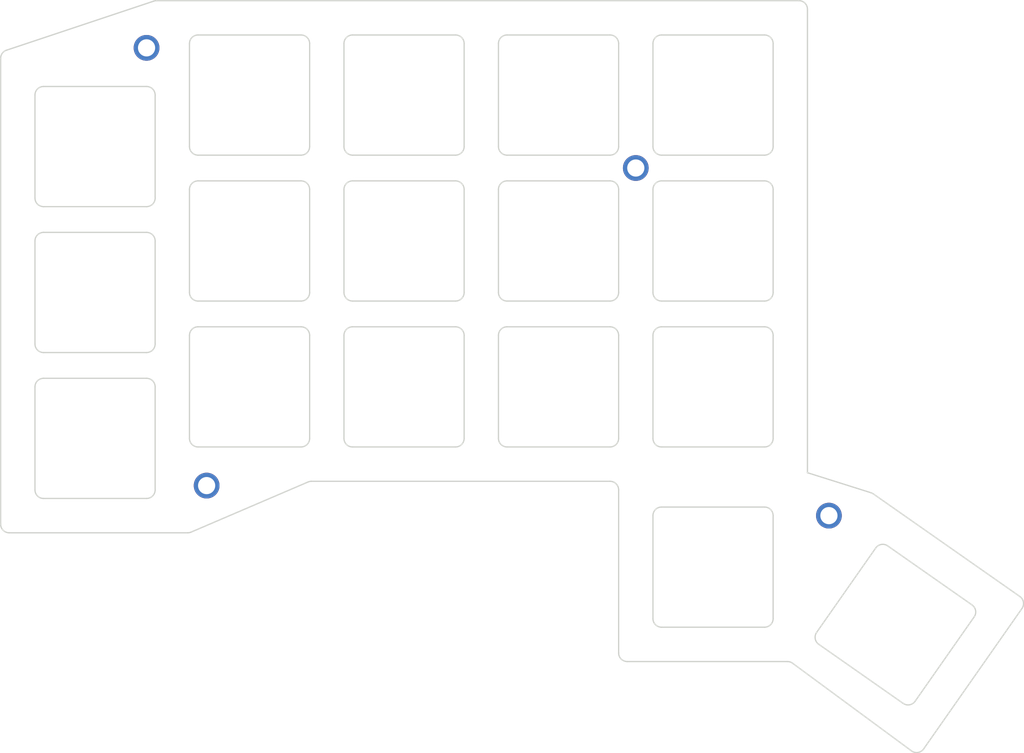
<source format=kicad_pcb>
(kicad_pcb (version 20241229) (generator "pcbnew") (generator_version "9.0")
  (title_block (title "dofeKeyboard_topPlate") (rev "v1.0.0") (company "Unknown"))
  (layers (0 "F.Cu" signal) (2 "B.Cu" signal) (13 "F.Paste" user) (15 "B.Paste" user) (5 "F.SilkS" user) (7 "B.SilkS" user) (1 "F.Mask" user) (3 "B.Mask" user) (25 "Edge.Cuts" user))
  (net 0 "")
  (footprint "ceoloide:mounting_hole_plated" (layer "F.Cu") (at 231.5 149)
    (property "Reference" "H3" (hide yes))
    (property "Value" "")
    (pad "" thru_hole circle (at 0 0) (size 3 3) (drill 2) (layers "*.Cu" "*.Mask"))
  )
  (footprint "ceoloide:mounting_hole_plated" (layer "F.Cu") (at 159 145.5)
    (property "Reference" "H2" (hide yes))
    (property "Value" "")
    (pad "" thru_hole circle (at 0 0) (size 3 3) (drill 2) (layers "*.Cu" "*.Mask"))
  )
  (footprint "ceoloide:mounting_hole_plated" (layer "F.Cu") (at 152 94.5)
    (property "Reference" "H1" (hide yes))
    (property "Value" "")
    (pad "" thru_hole circle (at 0 0) (size 3 3) (drill 2) (layers "*.Cu" "*.Mask"))
  )
  (footprint "ceoloide:mounting_hole_plated" (layer "F.Cu") (at 209 108.5)
    (property "Reference" "H4" (hide yes))
    (property "Value" "")
    (pad "" thru_hole circle (at 0 0) (size 3 3) (drill 2) (layers "*.Cu" "*.Mask"))
  )
  (gr_arc (start 212 162) (mid 211.292893 161.707107) (end 211 161) (stroke (width 0.15)) (layer "Edge.Cuts"))
  (gr_line (start 170 127) (end 158 127) (stroke (width 0.15)) (layer "Edge.Cuts"))
  (gr_arc (start 230.317821 163.992001) (mid 229.90659 163.346497) (end 230.072245 162.599273) (stroke (width 0.15)) (layer "Edge.Cuts"))
  (gr_arc (start 212 141) (mid 211.292893 140.707107) (end 211 140) (stroke (width 0.15)) (layer "Edge.Cuts"))
  (gr_line (start 153.162278 89) (end 228 89) (stroke (width 0.15)) (layer "Edge.Cuts"))
  (gr_line (start 212 162) (end 224 162) (stroke (width 0.15)) (layer "Edge.Cuts"))
  (gr_line (start 171 140) (end 171 128) (stroke (width 0.15)) (layer "Edge.Cuts"))
  (gr_line (start 229 90) (end 229 144.00591) (stroke (width 0.15)) (layer "Edge.Cuts"))
  (gr_arc (start 208 166) (mid 207.292893 165.707107) (end 207 165) (stroke (width 0.15)) (layer "Edge.Cuts"))
  (gr_arc (start 140 130) (mid 139.292893 129.707107) (end 139 129) (stroke (width 0.15)) (layer "Edge.Cuts"))
  (gr_arc (start 158 141) (mid 157.292893 140.707107) (end 157 140) (stroke (width 0.15)) (layer "Edge.Cuts"))
  (gr_line (start 171 106) (end 171 94) (stroke (width 0.15)) (layer "Edge.Cuts"))
  (gr_arc (start 189 106) (mid 188.707107 106.707107) (end 188 107) (stroke (width 0.15)) (layer "Edge.Cuts"))
  (gr_line (start 253.994205 159.817216) (end 242.536814 176.180066) (stroke (width 0.15)) (layer "Edge.Cuts"))
  (gr_line (start 211 111) (end 211 123) (stroke (width 0.15)) (layer "Edge.Cuts"))
  (gr_line (start 157 111) (end 157 123) (stroke (width 0.15)) (layer "Edge.Cuts"))
  (gr_line (start 189 140) (end 189 128) (stroke (width 0.15)) (layer "Edge.Cuts"))
  (gr_line (start 230.317821 163.992001) (end 240.147645 170.874919) (stroke (width 0.15)) (layer "Edge.Cuts"))
  (gr_line (start 175 111) (end 175 123) (stroke (width 0.15)) (layer "Edge.Cuts"))
  (gr_line (start 140 113) (end 152 113) (stroke (width 0.15)) (layer "Edge.Cuts"))
  (gr_line (start 135 150) (end 135 95.720759) (stroke (width 0.15)) (layer "Edge.Cuts"))
  (gr_arc (start 175 111) (mid 175.292893 110.292893) (end 176 110) (stroke (width 0.15)) (layer "Edge.Cuts"))
  (gr_arc (start 170 93) (mid 170.707107 93.292893) (end 171 94) (stroke (width 0.15)) (layer "Edge.Cuts"))
  (gr_line (start 176 107) (end 188 107) (stroke (width 0.15)) (layer "Edge.Cuts"))
  (gr_line (start 194 124) (end 206 124) (stroke (width 0.15)) (layer "Edge.Cuts"))
  (gr_line (start 175 128) (end 175 140) (stroke (width 0.15)) (layer "Edge.Cuts"))
  (gr_arc (start 193 94) (mid 193.292893 93.292893) (end 194 93) (stroke (width 0.15)) (layer "Edge.Cuts"))
  (gr_line (start 171 123) (end 171 111) (stroke (width 0.15)) (layer "Edge.Cuts"))
  (gr_line (start 188 110) (end 176 110) (stroke (width 0.15)) (layer "Edge.Cuts"))
  (gr_arc (start 253.74863 158.424487) (mid 254.159861 159.069991) (end 253.994205 159.817216) (stroke (width 0.15)) (layer "Edge.Cuts"))
  (gr_line (start 176 124) (end 188 124) (stroke (width 0.15)) (layer "Edge.Cuts"))
  (gr_arc (start 225 161) (mid 224.707107 161.707107) (end 224 162) (stroke (width 0.15)) (layer "Edge.Cuts"))
  (gr_arc (start 171 140) (mid 170.707107 140.707107) (end 170 141) (stroke (width 0.15)) (layer "Edge.Cuts"))
  (gr_line (start 211 149) (end 211 161) (stroke (width 0.15)) (layer "Edge.Cuts"))
  (gr_arc (start 140 113) (mid 139.292893 112.707107) (end 139 112) (stroke (width 0.15)) (layer "Edge.Cuts"))
  (gr_arc (start 236.955162 152.769448) (mid 237.600666 152.358217) (end 238.347891 152.523873) (stroke (width 0.15)) (layer "Edge.Cuts"))
  (gr_line (start 224 127) (end 212 127) (stroke (width 0.15)) (layer "Edge.Cuts"))
  (gr_line (start 139 100) (end 139 112) (stroke (width 0.15)) (layer "Edge.Cuts"))
  (gr_line (start 193 111) (end 193 123) (stroke (width 0.15)) (layer "Edge.Cuts"))
  (gr_arc (start 157.188661 150.919145) (mid 156.995808 150.979578) (end 156.794742 151) (stroke (width 0.15)) (layer "Edge.Cuts"))
  (gr_arc (start 194 141) (mid 193.292893 140.707107) (end 193 140) (stroke (width 0.15)) (layer "Edge.Cuts"))
  (gr_line (start 156.794742 151) (end 136 151) (stroke (width 0.15)) (layer "Edge.Cuts"))
  (gr_line (start 140 147) (end 152 147) (stroke (width 0.15)) (layer "Edge.Cuts"))
  (gr_line (start 241.124314 176.411435) (end 227.264614 166.195054) (stroke (width 0.15)) (layer "Edge.Cuts"))
  (gr_arc (start 158 107) (mid 157.292893 106.707107) (end 157 106) (stroke (width 0.15)) (layer "Edge.Cuts"))
  (gr_arc (start 157 111) (mid 157.292893 110.292893) (end 158 110) (stroke (width 0.15)) (layer "Edge.Cuts"))
  (gr_arc (start 170.811339 145.080855) (mid 171.004192 145.020422) (end 171.205258 145) (stroke (width 0.15)) (layer "Edge.Cuts"))
  (gr_arc (start 171 123) (mid 170.707107 123.707107) (end 170 124) (stroke (width 0.15)) (layer "Edge.Cuts"))
  (gr_arc (start 170 127) (mid 170.707107 127.292893) (end 171 128) (stroke (width 0.15)) (layer "Edge.Cuts"))
  (gr_line (start 206 145) (end 171.205258 145) (stroke (width 0.15)) (layer "Edge.Cuts"))
  (gr_arc (start 175 128) (mid 175.292893 127.292893) (end 176 127) (stroke (width 0.15)) (layer "Edge.Cuts"))
  (gr_line (start 229.102812 144.032416) (end 236.399645 146.333099) (stroke (width 0.15)) (layer "Edge.Cuts"))
  (gr_arc (start 207 106) (mid 206.707107 106.707107) (end 206 107) (stroke (width 0.15)) (layer "Edge.Cuts"))
  (gr_arc (start 206 110) (mid 206.707107 110.292893) (end 207 111) (stroke (width 0.15)) (layer "Edge.Cuts"))
  (gr_arc (start 224 127) (mid 224.707107 127.292893) (end 225 128) (stroke (width 0.15)) (layer "Edge.Cuts"))
  (gr_line (start 140 130) (end 152 130) (stroke (width 0.15)) (layer "Edge.Cuts"))
  (gr_line (start 176 141) (end 188 141) (stroke (width 0.15)) (layer "Edge.Cuts"))
  (gr_arc (start 229 144.005909) (mid 229.051758 144.017797) (end 229.102812 144.032416) (stroke (width 0.15)) (layer "Edge.Cuts"))
  (gr_arc (start 242.536813 176.180066) (mid 241.879309 176.593338) (end 241.124314 176.411435) (stroke (width 0.15)) (layer "Edge.Cuts"))
  (gr_arc (start 157 128) (mid 157.292893 127.292893) (end 158 127) (stroke (width 0.15)) (layer "Edge.Cuts"))
  (gr_arc (start 241.540374 170.629344) (mid 240.89487 171.040575) (end 240.147645 170.874919) (stroke (width 0.15)) (layer "Edge.Cuts"))
  (gr_arc (start 212 107) (mid 211.292893 106.707107) (end 211 106) (stroke (width 0.15)) (layer "Edge.Cuts"))
  (gr_line (start 212 107) (end 224 107) (stroke (width 0.15)) (layer "Edge.Cuts"))
  (gr_arc (start 226.671265 165.999999) (mid 226.983559 166.050013) (end 227.264614 166.195054) (stroke (width 0.15)) (layer "Edge.Cuts"))
  (gr_line (start 152 116) (end 140 116) (stroke (width 0.15)) (layer "Edge.Cuts"))
  (gr_arc (start 136 151) (mid 135.292893 150.707107) (end 135 150) (stroke (width 0.15)) (layer "Edge.Cuts"))
  (gr_arc (start 188 110) (mid 188.707107 110.292893) (end 189 111) (stroke (width 0.15)) (layer "Edge.Cuts"))
  (gr_line (start 153 129) (end 153 117) (stroke (width 0.15)) (layer "Edge.Cuts"))
  (gr_line (start 207 165) (end 207 146) (stroke (width 0.15)) (layer "Edge.Cuts"))
  (gr_arc (start 188 127) (mid 188.707107 127.292893) (end 189 128) (stroke (width 0.15)) (layer "Edge.Cuts"))
  (gr_line (start 207 123) (end 207 111) (stroke (width 0.15)) (layer "Edge.Cuts"))
  (gr_line (start 153 146) (end 153 134) (stroke (width 0.15)) (layer "Edge.Cuts"))
  (gr_arc (start 176 124) (mid 175.292893 123.707107) (end 175 123) (stroke (width 0.15)) (layer "Edge.Cuts"))
  (gr_arc (start 228 89) (mid 228.707107 89.292893) (end 229 90) (stroke (width 0.15)) (layer "Edge.Cuts"))
  (gr_arc (start 153 146) (mid 152.707107 146.707107) (end 152 147) (stroke (width 0.15)) (layer "Edge.Cuts"))
  (gr_line (start 206 93) (end 194 93) (stroke (width 0.15)) (layer "Edge.Cuts"))
  (gr_arc (start 225 140) (mid 224.707107 140.707107) (end 224 141) (stroke (width 0.15)) (layer "Edge.Cuts"))
  (gr_line (start 225 106) (end 225 94) (stroke (width 0.15)) (layer "Edge.Cuts"))
  (gr_line (start 207 106) (end 207 94) (stroke (width 0.15)) (layer "Edge.Cuts"))
  (gr_arc (start 189 123) (mid 188.707107 123.707107) (end 188 124) (stroke (width 0.15)) (layer "Edge.Cuts"))
  (gr_line (start 193 128) (end 193 140) (stroke (width 0.15)) (layer "Edge.Cuts"))
  (gr_arc (start 153 129) (mid 152.707107 129.707107) (end 152 130) (stroke (width 0.15)) (layer "Edge.Cuts"))
  (gr_line (start 189 106) (end 189 94) (stroke (width 0.15)) (layer "Edge.Cuts"))
  (gr_arc (start 176 141) (mid 175.292893 140.707107) (end 175 140) (stroke (width 0.15)) (layer "Edge.Cuts"))
  (gr_line (start 225 123) (end 225 111) (stroke (width 0.15)) (layer "Edge.Cuts"))
  (gr_arc (start 212 124) (mid 211.292893 123.707107) (end 211 123) (stroke (width 0.15)) (layer "Edge.Cuts"))
  (gr_line (start 158 124) (end 170 124) (stroke (width 0.15)) (layer "Edge.Cuts"))
  (gr_arc (start 139 100) (mid 139.292893 99.292893) (end 140 99) (stroke (width 0.15)) (layer "Edge.Cuts"))
  (gr_arc (start 206 93) (mid 206.707107 93.292893) (end 207 94) (stroke (width 0.15)) (layer "Edge.Cuts"))
  (gr_arc (start 139 117) (mid 139.292893 116.292893) (end 140 116) (stroke (width 0.15)) (layer "Edge.Cuts"))
  (gr_line (start 206 110) (end 194 110) (stroke (width 0.15)) (layer "Edge.Cuts"))
  (gr_line (start 157 94) (end 157 106) (stroke (width 0.15)) (layer "Edge.Cuts"))
  (gr_arc (start 135 95.720759) (mid 135.188758 95.136049) (end 135.683772 94.772076) (stroke (width 0.15)) (layer "Edge.Cuts"))
  (gr_line (start 153 112) (end 153 100) (stroke (width 0.15)) (layer "Edge.Cuts"))
  (gr_line (start 170 93) (end 158 93) (stroke (width 0.15)) (layer "Edge.Cuts"))
  (gr_line (start 139 117) (end 139 129) (stroke (width 0.15)) (layer "Edge.Cuts"))
  (gr_arc (start 248.177715 159.40679) (mid 248.588946 160.052294) (end 248.423291 160.799518) (stroke (width 0.15)) (layer "Edge.Cuts"))
  (gr_arc (start 193 111) (mid 193.292893 110.292893) (end 194 110) (stroke (width 0.15)) (layer "Edge.Cuts"))
  (gr_line (start 157 128) (end 157 140) (stroke (width 0.15)) (layer "Edge.Cuts"))
  (gr_arc (start 206 145) (mid 206.707107 145.292893) (end 207 146) (stroke (width 0.15)) (layer "Edge.Cuts"))
  (gr_line (start 152 133) (end 140 133) (stroke (width 0.15)) (layer "Edge.Cuts"))
  (gr_line (start 188 93) (end 176 93) (stroke (width 0.15)) (layer "Edge.Cuts"))
  (gr_line (start 224 110) (end 212 110) (stroke (width 0.15)) (layer "Edge.Cuts"))
  (gr_arc (start 170 110) (mid 170.707107 110.292893) (end 171 111) (stroke (width 0.15)) (layer "Edge.Cuts"))
  (gr_arc (start 152 133) (mid 152.707107 133.292893) (end 153 134) (stroke (width 0.15)) (layer "Edge.Cuts"))
  (gr_arc (start 211 94) (mid 211.292893 93.292893) (end 212 93) (stroke (width 0.15)) (layer "Edge.Cuts"))
  (gr_line (start 194 141) (end 206 141) (stroke (width 0.15)) (layer "Edge.Cuts"))
  (gr_line (start 158 141) (end 170 141) (stroke (width 0.15)) (layer "Edge.Cuts"))
  (gr_line (start 193 94) (end 193 106) (stroke (width 0.15)) (layer "Edge.Cuts"))
  (gr_arc (start 194 107) (mid 193.292893 106.707107) (end 193 106) (stroke (width 0.15)) (layer "Edge.Cuts"))
  (gr_arc (start 152.84605 89.051317) (mid 153.002096 89.012913) (end 153.162278 89) (stroke (width 0.15)) (layer "Edge.Cuts"))
  (gr_arc (start 194 124) (mid 193.292893 123.707107) (end 193 123) (stroke (width 0.15)) (layer "Edge.Cuts"))
  (gr_arc (start 140 147) (mid 139.292893 146.707107) (end 139 146) (stroke (width 0.15)) (layer "Edge.Cuts"))
  (gr_arc (start 236.399645 146.333099) (mid 236.541228 146.389943) (end 236.672516 146.467664) (stroke (width 0.15)) (layer "Edge.Cuts"))
  (gr_line (start 139 134) (end 139 146) (stroke (width 0.15)) (layer "Edge.Cuts"))
  (gr_arc (start 211 149) (mid 211.292893 148.292893) (end 212 148) (stroke (width 0.15)) (layer "Edge.Cuts"))
  (gr_line (start 212 141) (end 224 141) (stroke (width 0.15)) (layer "Edge.Cuts"))
  (gr_arc (start 175 94) (mid 175.292893 93.292893) (end 176 93) (stroke (width 0.15)) (layer "Edge.Cuts"))
  (gr_line (start 206 127) (end 194 127) (stroke (width 0.15)) (layer "Edge.Cuts"))
  (gr_arc (start 224 93) (mid 224.707107 93.292893) (end 225 94) (stroke (width 0.15)) (layer "Edge.Cuts"))
  (gr_line (start 170.811338 145.080855) (end 157.188662 150.919145) (stroke (width 0.15)) (layer "Edge.Cuts"))
  (gr_line (start 211 94) (end 211 106) (stroke (width 0.15)) (layer "Edge.Cuts"))
  (gr_line (start 189 123) (end 189 111) (stroke (width 0.15)) (layer "Edge.Cuts"))
  (gr_line (start 188 127) (end 176 127) (stroke (width 0.15)) (layer "Edge.Cuts"))
  (gr_line (start 241.540374 170.629343) (end 248.423291 160.799518) (stroke (width 0.15)) (layer "Edge.Cuts"))
  (gr_arc (start 152 99) (mid 152.707107 99.292893) (end 153 100) (stroke (width 0.15)) (layer "Edge.Cuts"))
  (gr_line (start 152 99) (end 140 99) (stroke (width 0.15)) (layer "Edge.Cuts"))
  (gr_line (start 248.177715 159.40679) (end 238.347891 152.523873) (stroke (width 0.15)) (layer "Edge.Cuts"))
  (gr_arc (start 224 110) (mid 224.707107 110.292893) (end 225 111) (stroke (width 0.15)) (layer "Edge.Cuts"))
  (gr_line (start 224 93) (end 212 93) (stroke (width 0.15)) (layer "Edge.Cuts"))
  (gr_line (start 194 107) (end 206 107) (stroke (width 0.15)) (layer "Edge.Cuts"))
  (gr_arc (start 193 128) (mid 193.292893 127.292893) (end 194 127) (stroke (width 0.15)) (layer "Edge.Cuts"))
  (gr_line (start 170 110) (end 158 110) (stroke (width 0.15)) (layer "Edge.Cuts"))
  (gr_arc (start 207 140) (mid 206.707107 140.707107) (end 206 141) (stroke (width 0.15)) (layer "Edge.Cuts"))
  (gr_line (start 225 140) (end 225 128) (stroke (width 0.15)) (layer "Edge.Cuts"))
  (gr_arc (start 152 116) (mid 152.707107 116.292893) (end 153 117) (stroke (width 0.15)) (layer "Edge.Cuts"))
  (gr_line (start 212 124) (end 224 124) (stroke (width 0.15)) (layer "Edge.Cuts"))
  (gr_arc (start 211 128) (mid 211.292893 127.292893) (end 212 127) (stroke (width 0.15)) (layer "Edge.Cuts"))
  (gr_arc (start 176 107) (mid 175.292893 106.707107) (end 175 106) (stroke (width 0.15)) (layer "Edge.Cuts"))
  (gr_line (start 225 161) (end 225 149) (stroke (width 0.15)) (layer "Edge.Cuts"))
  (gr_arc (start 207 123) (mid 206.707107 123.707107) (end 206 124) (stroke (width 0.15)) (layer "Edge.Cuts"))
  (gr_line (start 207 140) (end 207 128) (stroke (width 0.15)) (layer "Edge.Cuts"))
  (gr_line (start 211 128) (end 211 140) (stroke (width 0.15)) (layer "Edge.Cuts"))
  (gr_line (start 236.672516 146.467664) (end 253.748629 158.424487) (stroke (width 0.15)) (layer "Edge.Cuts"))
  (gr_arc (start 189 140) (mid 188.707107 140.707107) (end 188 141) (stroke (width 0.15)) (layer "Edge.Cuts"))
  (gr_arc (start 225 106) (mid 224.707107 106.707107) (end 224 107) (stroke (width 0.15)) (layer "Edge.Cuts"))
  (gr_arc (start 171 106) (mid 170.707107 106.707107) (end 170 107) (stroke (width 0.15)) (layer "Edge.Cuts"))
  (gr_arc (start 139 134) (mid 139.292893 133.292893) (end 140 133) (stroke (width 0.15)) (layer "Edge.Cuts"))
  (gr_arc (start 188 93) (mid 188.707107 93.292893) (end 189 94) (stroke (width 0.15)) (layer "Edge.Cuts"))
  (gr_arc (start 224 148) (mid 224.707107 148.292893) (end 225 149) (stroke (width 0.15)) (layer "Edge.Cuts"))
  (gr_line (start 135.683772 94.772076) (end 152.84605 89.051317) (stroke (width 0.15)) (layer "Edge.Cuts"))
  (gr_arc (start 153 112) (mid 152.707107 112.707107) (end 152 113) (stroke (width 0.15)) (layer "Edge.Cuts"))
  (gr_line (start 236.955162 152.769448) (end 230.072245 162.599273) (stroke (width 0.15)) (layer "Edge.Cuts"))
  (gr_line (start 224 148) (end 212 148) (stroke (width 0.15)) (layer "Edge.Cuts"))
  (gr_line (start 175 94) (end 175 106) (stroke (width 0.15)) (layer "Edge.Cuts"))
  (gr_arc (start 158 124) (mid 157.292893 123.707107) (end 157 123) (stroke (width 0.15)) (layer "Edge.Cuts"))
  (gr_arc (start 225 123) (mid 224.707107 123.707107) (end 224 124) (stroke (width 0.15)) (layer "Edge.Cuts"))
  (gr_arc (start 157 94) (mid 157.292893 93.292893) (end 158 93) (stroke (width 0.15)) (layer "Edge.Cuts"))
  (gr_arc (start 206 127) (mid 206.707107 127.292893) (end 207 128) (stroke (width 0.15)) (layer "Edge.Cuts"))
  (gr_arc (start 211 111) (mid 211.292893 110.292893) (end 212 110) (stroke (width 0.15)) (layer "Edge.Cuts"))
  (gr_line (start 158 107) (end 170 107) (stroke (width 0.15)) (layer "Edge.Cuts"))
  (gr_line (start 226.671265 166) (end 208 166) (stroke (width 0.15)) (layer "Edge.Cuts"))
)
</source>
